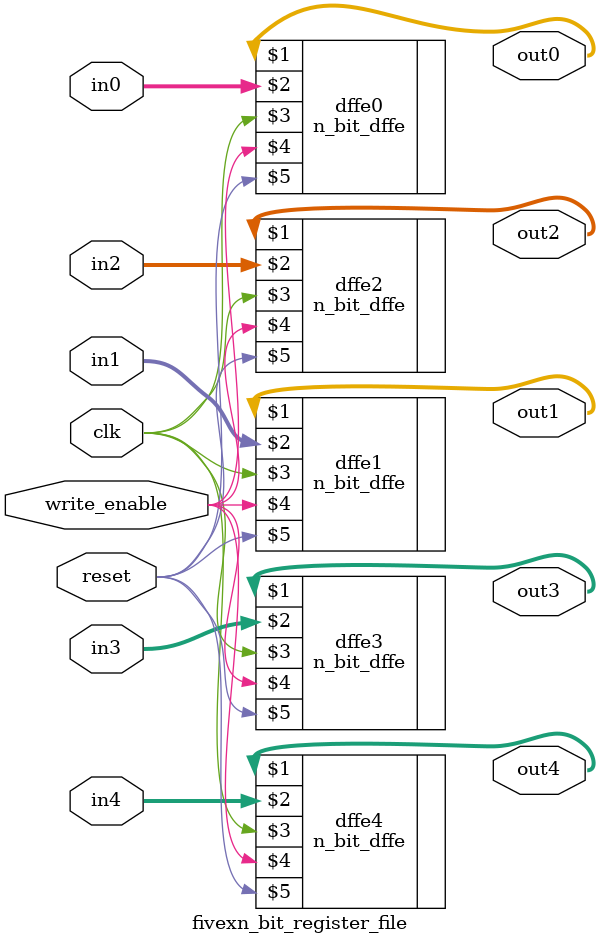
<source format=v>
module fivexn_bit_register_file(out0,
                                out1,
                                out2,
                                out3,
                                out4,
                                in0,
                                in1,
                                in2,
                                in3,
                                in4,
                                write_enable,
                                clk,
                                reset);

    parameter
        width = 32,
        reset_value = 0;

    output [(width - 1):0] out0, out1, out2, out3, out4;
    input  [(width - 1):0] in0, in1, in2, in3, in4;
    input                  write_enable, clk, reset;

    n_bit_dffe #(.width(width), .reset_value(reset_value)) dffe0(out0, in0, clk, write_enable, reset);
    n_bit_dffe #(.width(width), .reset_value(reset_value)) dffe1(out1, in1, clk, write_enable, reset);
    n_bit_dffe #(.width(width), .reset_value(reset_value)) dffe2(out2, in2, clk, write_enable, reset);
    n_bit_dffe #(.width(width), .reset_value(reset_value)) dffe3(out3, in3, clk, write_enable, reset);
    n_bit_dffe #(.width(width), .reset_value(reset_value)) dffe4(out4, in4, clk, write_enable, reset);

endmodule

</source>
